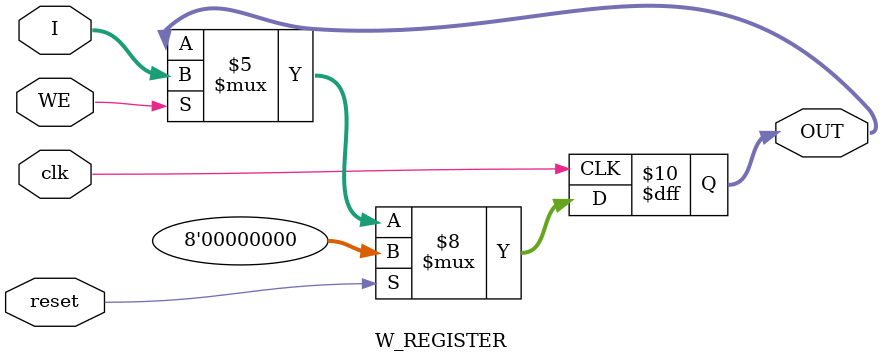
<source format=v>
module W_REGISTER(
    input [7:0]I,
    input clk,
    input reset,
    input WE,
    output reg [7:0]OUT
    );
    
    always @ (posedge clk) begin
        if(reset == 'b1) 
            OUT <= 0;
        else if(WE == 'b1)
            OUT <= I;
        else 
            OUT <= OUT;
    end
    
endmodule

</source>
